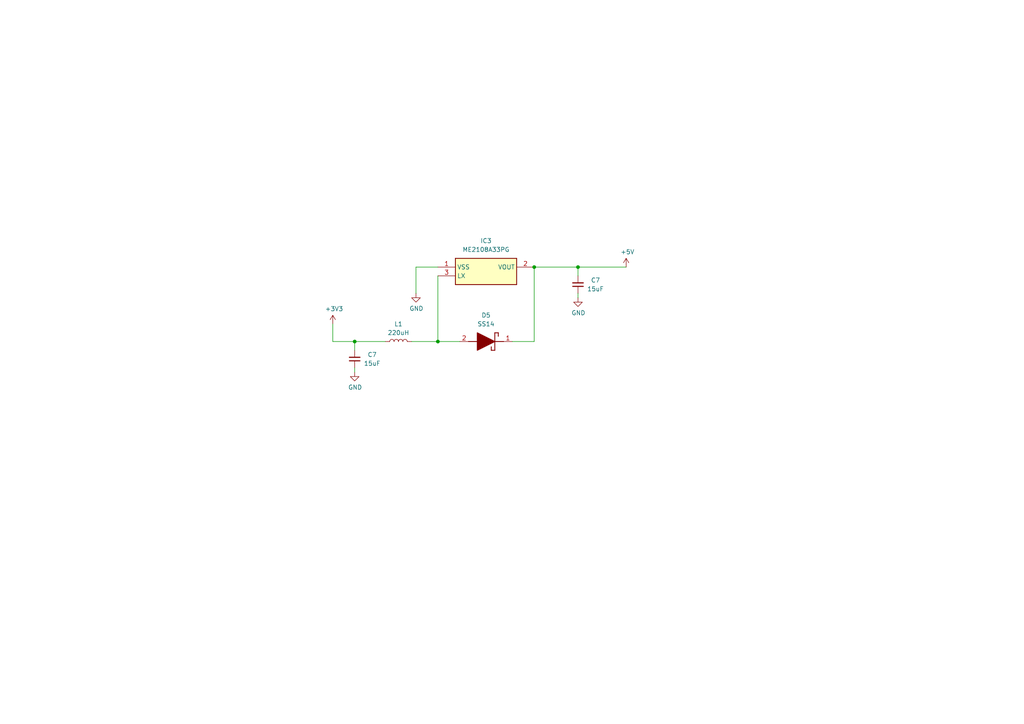
<source format=kicad_sch>
(kicad_sch (version 20230121) (generator eeschema)
  (paper "A4")
  (title_block (title "Pitanga HAT") (date "2023-10-19") (rev "2.1") (company "Andrew Tudoroi"))
  (lib_symbols
    (symbol "Device:C_Small" (pin_numbers hide) (pin_names (offset 0.254) hide)
      (property "Reference" "C" (at 0.254 1.778 0))
      (property "Value" "C_Small" (at 0.254 -2.032 0))
      (symbol "C_Small_0_1"
        (polyline (pts (xy -1.524 -0.508) (xy 1.524 -0.508)) (stroke (width 0.3302)))
        (polyline (pts (xy -1.524 0.508) (xy 1.524 0.508)) (stroke (width 0.3048)))
      )
      (symbol "C_Small_1_1"
        (pin passive line (at 0 2.54 270) (length 2.032) (name "~") (number "1"))
        (pin passive line (at 0 -2.54 90) (length 2.032) (name "~") (number "2"))
      )
    )
    (symbol "Device:L" (pin_numbers hide) (pin_names (offset 1.016) hide)
      (property "Reference" "L" (at -1.27 0 90))
      (property "Value" "L" (at 1.905 0 90))
      (symbol "L_0_1"
        (arc (start 0 -2.54) (mid 0.6323 -1.905) (end 0 -1.27))
        (arc (start 0 -1.27) (mid 0.6323 -0.635) (end 0 0))
        (arc (start 0 0) (mid 0.6323 0.635) (end 0 1.27))
        (arc (start 0 1.27) (mid 0.6323 1.905) (end 0 2.54))
      )
      (symbol "L_1_1"
        (pin passive line (at 0 3.81 270) (length 1.27) (name "1") (number "1"))
        (pin passive line (at 0 -3.81 90) (length 1.27) (name "2") (number "2"))
      )
    )
    (symbol "ME2108A33M3G:ME2108A33PG"
      (property "Reference" "IC" (at 24.13 7.62 0))
      (property "Value" "ME2108A33PG" (at 24.13 5.08 0))
      (symbol "ME2108A33PG_1_1"
        (rectangle (start 5.08 2.54) (end 22.86 -5.08) (stroke (width 0.254)) (fill (type background)))
        (pin passive line (at 0 0 0) (length 5.08) (name "VSS") (number "1"))
        (pin passive line (at 27.94 0 180) (length 5.08) (name "VOUT") (number "2"))
        (pin passive line (at 0 -2.54 0) (length 5.08) (name "LX") (number "3"))
      )
    )
    (symbol "SS14:SS14" (pin_names hide)
      (property "Reference" "D" (at 12.7 8.89 0))
      (property "Value" "SS14" (at 12.7 6.35 0))
      (symbol "SS14_1_1"
        (polyline (pts (xy 5.08 0) (xy 7.62 0)) (stroke (width 0.254)))
        (polyline (pts (xy 6.604 -1.524) (xy 6.604 -2.54)) (stroke (width 0.254)))
        (polyline (pts (xy 7.62 -2.54) (xy 6.604 -2.54)) (stroke (width 0.254)))
        (polyline (pts (xy 7.62 2.54) (xy 7.62 -2.54)) (stroke (width 0.254)))
        (polyline (pts (xy 7.62 2.54) (xy 8.636 2.54)) (stroke (width 0.254)))
        (polyline (pts (xy 8.636 1.524) (xy 8.636 2.54)) (stroke (width 0.254)))
        (polyline (pts (xy 12.7 0) (xy 15.24 0)) (stroke (width 0.254)))
        (polyline (pts (xy 7.62 0) (xy 12.7 2.54) (xy 12.7 -2.54) (xy 7.62 0)) (stroke (width 0.254)) (fill (type outline)))
        (pin passive line (at 2.54 0 0) (length 2.54) (name "K") (number "1"))
        (pin passive line (at 17.78 0 180) (length 2.54) (name "A") (number "2"))
      )
    )
    (symbol "power:+5V" (power) (pin_names (offset 0))
      (property "Value" "+5V" (at 0 3.556 0))
      (symbol "+5V_0_1"
        (polyline (pts (xy -0.762 1.27) (xy 0 2.54)))
        (polyline (pts (xy 0 0) (xy 0 2.54)))
        (polyline (pts (xy 0 2.54) (xy 0.762 1.27)))
      )
      (symbol "+5V_1_1"
        (pin power_in line (at 0 0 90) (length 0) hide (name "+5V") (number "1"))
      )
    )
    (symbol "power:GND" (power) (pin_names (offset 0))
      (property "Value" "GND" (at 0 -3.81 0))
      (symbol "GND_0_1"
        (polyline (pts (xy 0 0) (xy 0 -1.27) (xy 1.27 -1.27) (xy 0 -2.54) (xy -1.27 -1.27) (xy 0 -1.27)))
      )
      (symbol "GND_1_1"
        (pin power_in line (at 0 0 270) (length 0) hide (name "GND") (number "1"))
      )
    )
    (symbol "rpi-pico-debugger-shoe-rescue:+3.3V-power" (power) (pin_names (offset 0))
      (property "Value" "+3.3V-power" (at 0 3.556 0))
      (symbol "+3.3V-power_0_1"
        (polyline (pts (xy -0.762 1.27) (xy 0 2.54)))
        (polyline (pts (xy 0 0) (xy 0 2.54)))
        (polyline (pts (xy 0 2.54) (xy 0.762 1.27)))
      )
      (symbol "+3.3V-power_1_1"
        (pin power_in line (at 0 0 90) (length 0) hide (name "+3V3") (number "1"))
      )
    )
  )
  (junction (at 167.64 77.47))
  (junction (at 127 99.06))
  (junction (at 154.94 77.47))
  (junction (at 102.87 99.06))
  (wire (pts (xy 148.59 99.06) (xy 154.94 99.06)))
  (wire (pts (xy 96.52 99.06) (xy 102.87 99.06)))
  (wire (pts (xy 167.64 80.01) (xy 167.64 77.47)))
  (wire (pts (xy 154.94 77.47) (xy 154.94 99.06)))
  (wire (pts (xy 127 80.01) (xy 127 99.06)))
  (wire (pts (xy 119.38 99.06) (xy 127 99.06)))
  (wire (pts (xy 102.87 99.06) (xy 111.76 99.06)))
  (wire (pts (xy 167.64 77.47) (xy 181.61 77.47)))
  (wire (pts (xy 167.64 77.47) (xy 154.94 77.47)))
  (wire (pts (xy 120.65 77.47) (xy 120.65 85.09)))
  (wire (pts (xy 127 99.06) (xy 133.35 99.06)))
  (wire (pts (xy 127 77.47) (xy 120.65 77.47)))
  (wire (pts (xy 102.87 106.68) (xy 102.87 107.95)))
  (wire (pts (xy 167.64 85.09) (xy 167.64 86.36)))
  (wire (pts (xy 96.52 93.98) (xy 96.52 99.06)))
  (wire (pts (xy 102.87 101.6) (xy 102.87 99.06)))
  (symbol (lib_id "Device:L") (at 115.57 99.06 90) (unit 1)
    (property "Reference" "L1" (at 115.57 93.98 90))
    (property "Value" "220uH" (at 115.57 96.52 90))
    (property "Footprint" "Library:WE-SPC_48XX78" (effects hide))
  )
  (symbol (lib_id "power:GND") (at 102.87 107.95 0) (unit 1)
    (property "Reference" "#PWR033" (effects hide))
    (property "Value" "GND" (at 102.997 112.3442 0))
    (instances (project "LTP305_ESP32_CLOCK" (path "" (reference "#PWR033") (unit 1))) (project "ltp_kikad" (path "" (reference "#PWR09") (unit 1)) (path "" (reference "#PWR035") (unit 1)) (path "" (reference "#PWR041") (unit 1))))
  )
  (symbol (lib_id "power:+5V") (at 181.61 77.47 0) (unit 1)
    (property "Reference" "#PWR08" (effects hide))
    (property "Value" "+5V" (at 181.991 73.0758 0))
    (instances (project "LTP305_ESP32_CLOCK" (path "" (reference "#PWR08") (unit 1))) (project "ltp_kikad" (path "" (reference "#PWR04") (unit 1)) (path "" (reference "#PWR038") (unit 1)) (path "" (reference "#PWR039") (unit 1))))
  )
  (symbol (lib_id "ME2108A33M3G:ME2108A33PG") (at 127 77.47 0) (unit 1)
    (property "Reference" "IC3" (at 140.97 69.85 0))
    (property "Value" "ME2108A33PG" (at 140.97 72.39 0))
    (property "Footprint" "Package_TO_SOT_SMD:SOT-89-3_Handsoldering" (effects hide))
    (property "Datasheet" "https://datasheet.lcsc.com/szlcsc/Nanjing-Micro-One-Elec-ME2108A50M3G_C14839.pdf" (effects hide))
    (property "Height" "1.3" (effects hide))
    (property "Manufacturer_Name" "Microne" (effects hide))
    (property "Manufacturer_Part_Number" "ME2108A33M3G" (effects hide))
  )
  (symbol (lib_id "SS14:SS14") (at 151.13 99.06 180) (unit 1)
    (property "Reference" "D5" (at 140.97 91.44 0))
    (property "Value" "SS14" (at 140.97 93.98 0))
    (property "Footprint" "Library:DIOM5127X261N" (effects hide))
    (property "Datasheet" "https://componentsearchengine.com/Datasheets/2/SS14.pdf" (effects hide))
    (property "Height" "2.61" (effects hide))
    (property "Manufacturer_Name" "MULTICOMP" (effects hide))
    (property "Manufacturer_Part_Number" "SS14" (effects hide))
  )
  (symbol (lib_id "power:GND") (at 167.64 86.36 0) (unit 1)
    (property "Reference" "#PWR033" (effects hide))
    (property "Value" "GND" (at 167.767 90.7542 0))
    (instances (project "LTP305_ESP32_CLOCK" (path "" (reference "#PWR033") (unit 1))) (project "ltp_kikad" (path "" (reference "#PWR09") (unit 1)) (path "" (reference "#PWR035") (unit 1)) (path "" (reference "#PWR036") (unit 1))))
  )
  (symbol (lib_id "rpi-pico-debugger-shoe-rescue:+3.3V-power") (at 96.52 93.98 0) (unit 1)
    (property "Reference" "#PWR0104" (effects hide))
    (property "Value" "+3.3V" (at 96.901 89.5858 0))
    (instances (project "rpi-pico-debugger-shoe" (path "" (reference "#PWR0104") (unit 1))) (project "ltp_kikad" (path "" (reference "#PWR0119") (unit 1)) (path "" (reference "#PWR06") (unit 1)) (path "" (reference "#PWR033") (unit 1))))
  )
  (symbol (lib_id "power:GND") (at 120.65 85.09 0) (unit 1)
    (property "Reference" "#PWR033" (effects hide))
    (property "Value" "GND" (at 120.777 89.4842 0))
    (instances (project "LTP305_ESP32_CLOCK" (path "" (reference "#PWR033") (unit 1))) (project "ltp_kikad" (path "" (reference "#PWR09") (unit 1)) (path "" (reference "#PWR035") (unit 1)) (path "" (reference "#PWR034") (unit 1))))
  )
  (symbol (lib_id "Device:C_Small") (at 167.64 82.55 180) (unit 1)
    (property "Reference" "C7" (at 172.72 81.28 0))
    (property "Value" "15uF" (at 172.72 83.82 0))
    (property "Footprint" "Capacitor_SMD:C_1210_3225Metric_Pad1.33x2.70mm_HandSolder" (effects hide))
    (instances (project "LTP305_ESP32_CLOCK" (path "" (reference "C7") (unit 1))) (project "ltp_kikad" (path "" (reference "C6") (unit 1)) (path "" (reference "C10") (unit 1)) (path "" (reference "C10") (unit 1)) (path "" (reference "C13") (unit 1))))
  )
  (symbol (lib_id "Device:C_Small") (at 102.87 104.14 180) (unit 1)
    (property "Reference" "C7" (at 107.95 102.87 0))
    (property "Value" "15uF" (at 107.95 105.41 0))
    (property "Footprint" "Capacitor_SMD:C_1210_3225Metric_Pad1.33x2.70mm_HandSolder" (effects hide))
    (instances (project "LTP305_ESP32_CLOCK" (path "" (reference "C7") (unit 1))) (project "ltp_kikad" (path "" (reference "C6") (unit 1)) (path "" (reference "C10") (unit 1)) (path "" (reference "C10") (unit 1)) (path "" (reference "C14") (unit 1))))
  )
)
</source>
